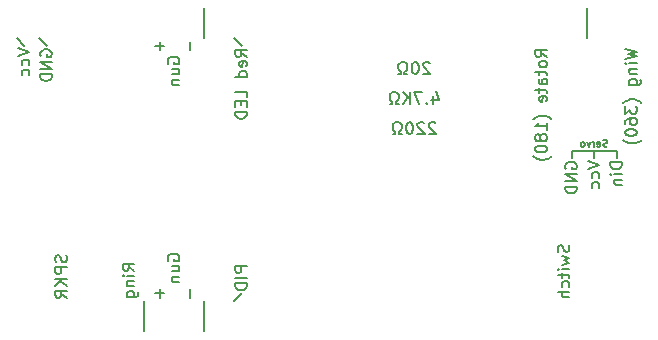
<source format=gbr>
%TF.GenerationSoftware,KiCad,Pcbnew,(6.0.6)*%
%TF.CreationDate,2023-05-03T19:44:46+02:00*%
%TF.ProjectId,Portal Turret,506f7274-616c-4205-9475-727265742e6b,rev?*%
%TF.SameCoordinates,Original*%
%TF.FileFunction,Legend,Bot*%
%TF.FilePolarity,Positive*%
%FSLAX46Y46*%
G04 Gerber Fmt 4.6, Leading zero omitted, Abs format (unit mm)*
G04 Created by KiCad (PCBNEW (6.0.6)) date 2023-05-03 19:44:46*
%MOMM*%
%LPD*%
G01*
G04 APERTURE LIST*
%ADD10C,0.150000*%
G04 APERTURE END LIST*
D10*
X135890000Y-82550000D02*
X135890000Y-83185000D01*
X102870000Y-97790000D02*
X102870000Y-95250000D01*
X87630000Y-73660000D02*
X86995000Y-73025000D01*
X89535000Y-73660000D02*
X88900000Y-73025000D01*
X133985000Y-83185000D02*
X133985000Y-82550000D01*
X137795000Y-82550000D02*
X137795000Y-83185000D01*
X105410000Y-95250000D02*
X106045000Y-94615000D01*
X106045000Y-73660000D02*
X105410000Y-73025000D01*
X133985000Y-82550000D02*
X137795000Y-82550000D01*
X102870000Y-70485000D02*
X102870000Y-73025000D01*
X97790000Y-97790000D02*
X97790000Y-95250000D01*
X135255000Y-70485000D02*
X135255000Y-73025000D01*
X133754761Y-90533452D02*
X133802380Y-90676309D01*
X133802380Y-90914404D01*
X133754761Y-91009642D01*
X133707142Y-91057261D01*
X133611904Y-91104880D01*
X133516666Y-91104880D01*
X133421428Y-91057261D01*
X133373809Y-91009642D01*
X133326190Y-90914404D01*
X133278571Y-90723928D01*
X133230952Y-90628690D01*
X133183333Y-90581071D01*
X133088095Y-90533452D01*
X132992857Y-90533452D01*
X132897619Y-90581071D01*
X132850000Y-90628690D01*
X132802380Y-90723928D01*
X132802380Y-90962023D01*
X132850000Y-91104880D01*
X133135714Y-91438214D02*
X133802380Y-91628690D01*
X133326190Y-91819166D01*
X133802380Y-92009642D01*
X133135714Y-92200119D01*
X133802380Y-92581071D02*
X133135714Y-92581071D01*
X132802380Y-92581071D02*
X132850000Y-92533452D01*
X132897619Y-92581071D01*
X132850000Y-92628690D01*
X132802380Y-92581071D01*
X132897619Y-92581071D01*
X133135714Y-92914404D02*
X133135714Y-93295357D01*
X132802380Y-93057261D02*
X133659523Y-93057261D01*
X133754761Y-93104880D01*
X133802380Y-93200119D01*
X133802380Y-93295357D01*
X133754761Y-94057261D02*
X133802380Y-93962023D01*
X133802380Y-93771547D01*
X133754761Y-93676309D01*
X133707142Y-93628690D01*
X133611904Y-93581071D01*
X133326190Y-93581071D01*
X133230952Y-93628690D01*
X133183333Y-93676309D01*
X133135714Y-93771547D01*
X133135714Y-93962023D01*
X133183333Y-94057261D01*
X133802380Y-94485833D02*
X132802380Y-94485833D01*
X133802380Y-94914404D02*
X133278571Y-94914404D01*
X133183333Y-94866785D01*
X133135714Y-94771547D01*
X133135714Y-94628690D01*
X133183333Y-94533452D01*
X133230952Y-94485833D01*
X122245238Y-77890714D02*
X122245238Y-78557380D01*
X122483333Y-77509761D02*
X122721428Y-78224047D01*
X122102380Y-78224047D01*
X121721428Y-78462142D02*
X121673809Y-78509761D01*
X121721428Y-78557380D01*
X121769047Y-78509761D01*
X121721428Y-78462142D01*
X121721428Y-78557380D01*
X121340476Y-77557380D02*
X120673809Y-77557380D01*
X121102380Y-78557380D01*
X120292857Y-78557380D02*
X120292857Y-77557380D01*
X119721428Y-78557380D02*
X120150000Y-77985952D01*
X119721428Y-77557380D02*
X120292857Y-78128809D01*
X119340476Y-78557380D02*
X119102380Y-78557380D01*
X119102380Y-78366904D01*
X119197619Y-78319285D01*
X119292857Y-78224047D01*
X119340476Y-78081190D01*
X119340476Y-77843095D01*
X119292857Y-77700238D01*
X119197619Y-77605000D01*
X119054761Y-77557380D01*
X118864285Y-77557380D01*
X118721428Y-77605000D01*
X118626190Y-77700238D01*
X118578571Y-77843095D01*
X118578571Y-78081190D01*
X118626190Y-78224047D01*
X118721428Y-78319285D01*
X118816666Y-78366904D01*
X118816666Y-78557380D01*
X118578571Y-78557380D01*
X89035000Y-74519404D02*
X88987380Y-74424166D01*
X88987380Y-74281309D01*
X89035000Y-74138452D01*
X89130238Y-74043214D01*
X89225476Y-73995595D01*
X89415952Y-73947976D01*
X89558809Y-73947976D01*
X89749285Y-73995595D01*
X89844523Y-74043214D01*
X89939761Y-74138452D01*
X89987380Y-74281309D01*
X89987380Y-74376547D01*
X89939761Y-74519404D01*
X89892142Y-74567023D01*
X89558809Y-74567023D01*
X89558809Y-74376547D01*
X89987380Y-74995595D02*
X88987380Y-74995595D01*
X89987380Y-75567023D01*
X88987380Y-75567023D01*
X89987380Y-76043214D02*
X88987380Y-76043214D01*
X88987380Y-76281309D01*
X89035000Y-76424166D01*
X89130238Y-76519404D01*
X89225476Y-76567023D01*
X89415952Y-76614642D01*
X89558809Y-76614642D01*
X89749285Y-76567023D01*
X89844523Y-76519404D01*
X89939761Y-76424166D01*
X89987380Y-76281309D01*
X89987380Y-76043214D01*
X135342380Y-83377738D02*
X136342380Y-83711071D01*
X135342380Y-84044404D01*
X136294761Y-84806309D02*
X136342380Y-84711071D01*
X136342380Y-84520595D01*
X136294761Y-84425357D01*
X136247142Y-84377738D01*
X136151904Y-84330119D01*
X135866190Y-84330119D01*
X135770952Y-84377738D01*
X135723333Y-84425357D01*
X135675714Y-84520595D01*
X135675714Y-84711071D01*
X135723333Y-84806309D01*
X136294761Y-85663452D02*
X136342380Y-85568214D01*
X136342380Y-85377738D01*
X136294761Y-85282500D01*
X136247142Y-85234880D01*
X136151904Y-85187261D01*
X135866190Y-85187261D01*
X135770952Y-85234880D01*
X135723333Y-85282500D01*
X135675714Y-85377738D01*
X135675714Y-85568214D01*
X135723333Y-85663452D01*
X99131428Y-94234047D02*
X99131428Y-94995952D01*
X99512380Y-94615000D02*
X98750476Y-94615000D01*
X87082380Y-73852738D02*
X88082380Y-74186071D01*
X87082380Y-74519404D01*
X88034761Y-75281309D02*
X88082380Y-75186071D01*
X88082380Y-74995595D01*
X88034761Y-74900357D01*
X87987142Y-74852738D01*
X87891904Y-74805119D01*
X87606190Y-74805119D01*
X87510952Y-74852738D01*
X87463333Y-74900357D01*
X87415714Y-74995595D01*
X87415714Y-75186071D01*
X87463333Y-75281309D01*
X88034761Y-76138452D02*
X88082380Y-76043214D01*
X88082380Y-75852738D01*
X88034761Y-75757500D01*
X87987142Y-75709880D01*
X87891904Y-75662261D01*
X87606190Y-75662261D01*
X87510952Y-75709880D01*
X87463333Y-75757500D01*
X87415714Y-75852738D01*
X87415714Y-76043214D01*
X87463333Y-76138452D01*
X101671428Y-73279047D02*
X101671428Y-74040952D01*
X138517380Y-73900357D02*
X139517380Y-74138452D01*
X138803095Y-74328928D01*
X139517380Y-74519404D01*
X138517380Y-74757500D01*
X139517380Y-75138452D02*
X138850714Y-75138452D01*
X138517380Y-75138452D02*
X138565000Y-75090833D01*
X138612619Y-75138452D01*
X138565000Y-75186071D01*
X138517380Y-75138452D01*
X138612619Y-75138452D01*
X138850714Y-75614642D02*
X139517380Y-75614642D01*
X138945952Y-75614642D02*
X138898333Y-75662261D01*
X138850714Y-75757500D01*
X138850714Y-75900357D01*
X138898333Y-75995595D01*
X138993571Y-76043214D01*
X139517380Y-76043214D01*
X138850714Y-76947976D02*
X139660238Y-76947976D01*
X139755476Y-76900357D01*
X139803095Y-76852738D01*
X139850714Y-76757500D01*
X139850714Y-76614642D01*
X139803095Y-76519404D01*
X139469761Y-76947976D02*
X139517380Y-76852738D01*
X139517380Y-76662261D01*
X139469761Y-76567023D01*
X139422142Y-76519404D01*
X139326904Y-76471785D01*
X139041190Y-76471785D01*
X138945952Y-76519404D01*
X138898333Y-76567023D01*
X138850714Y-76662261D01*
X138850714Y-76852738D01*
X138898333Y-76947976D01*
X139898333Y-78471785D02*
X139850714Y-78424166D01*
X139707857Y-78328928D01*
X139612619Y-78281309D01*
X139469761Y-78233690D01*
X139231666Y-78186071D01*
X139041190Y-78186071D01*
X138803095Y-78233690D01*
X138660238Y-78281309D01*
X138565000Y-78328928D01*
X138422142Y-78424166D01*
X138374523Y-78471785D01*
X138517380Y-78757500D02*
X138517380Y-79376547D01*
X138898333Y-79043214D01*
X138898333Y-79186071D01*
X138945952Y-79281309D01*
X138993571Y-79328928D01*
X139088809Y-79376547D01*
X139326904Y-79376547D01*
X139422142Y-79328928D01*
X139469761Y-79281309D01*
X139517380Y-79186071D01*
X139517380Y-78900357D01*
X139469761Y-78805119D01*
X139422142Y-78757500D01*
X138517380Y-80233690D02*
X138517380Y-80043214D01*
X138565000Y-79947976D01*
X138612619Y-79900357D01*
X138755476Y-79805119D01*
X138945952Y-79757500D01*
X139326904Y-79757500D01*
X139422142Y-79805119D01*
X139469761Y-79852738D01*
X139517380Y-79947976D01*
X139517380Y-80138452D01*
X139469761Y-80233690D01*
X139422142Y-80281309D01*
X139326904Y-80328928D01*
X139088809Y-80328928D01*
X138993571Y-80281309D01*
X138945952Y-80233690D01*
X138898333Y-80138452D01*
X138898333Y-79947976D01*
X138945952Y-79852738D01*
X138993571Y-79805119D01*
X139088809Y-79757500D01*
X138517380Y-80947976D02*
X138517380Y-81043214D01*
X138565000Y-81138452D01*
X138612619Y-81186071D01*
X138707857Y-81233690D01*
X138898333Y-81281309D01*
X139136428Y-81281309D01*
X139326904Y-81233690D01*
X139422142Y-81186071D01*
X139469761Y-81138452D01*
X139517380Y-81043214D01*
X139517380Y-80947976D01*
X139469761Y-80852738D01*
X139422142Y-80805119D01*
X139326904Y-80757500D01*
X139136428Y-80709880D01*
X138898333Y-80709880D01*
X138707857Y-80757500D01*
X138612619Y-80805119D01*
X138565000Y-80852738D01*
X138517380Y-80947976D01*
X139898333Y-81614642D02*
X139850714Y-81662261D01*
X139707857Y-81757500D01*
X139612619Y-81805119D01*
X139469761Y-81852738D01*
X139231666Y-81900357D01*
X139041190Y-81900357D01*
X138803095Y-81852738D01*
X138660238Y-81805119D01*
X138565000Y-81757500D01*
X138422142Y-81662261D01*
X138374523Y-81614642D01*
X122459523Y-80192619D02*
X122411904Y-80145000D01*
X122316666Y-80097380D01*
X122078571Y-80097380D01*
X121983333Y-80145000D01*
X121935714Y-80192619D01*
X121888095Y-80287857D01*
X121888095Y-80383095D01*
X121935714Y-80525952D01*
X122507142Y-81097380D01*
X121888095Y-81097380D01*
X121507142Y-80192619D02*
X121459523Y-80145000D01*
X121364285Y-80097380D01*
X121126190Y-80097380D01*
X121030952Y-80145000D01*
X120983333Y-80192619D01*
X120935714Y-80287857D01*
X120935714Y-80383095D01*
X120983333Y-80525952D01*
X121554761Y-81097380D01*
X120935714Y-81097380D01*
X120316666Y-80097380D02*
X120221428Y-80097380D01*
X120126190Y-80145000D01*
X120078571Y-80192619D01*
X120030952Y-80287857D01*
X119983333Y-80478333D01*
X119983333Y-80716428D01*
X120030952Y-80906904D01*
X120078571Y-81002142D01*
X120126190Y-81049761D01*
X120221428Y-81097380D01*
X120316666Y-81097380D01*
X120411904Y-81049761D01*
X120459523Y-81002142D01*
X120507142Y-80906904D01*
X120554761Y-80716428D01*
X120554761Y-80478333D01*
X120507142Y-80287857D01*
X120459523Y-80192619D01*
X120411904Y-80145000D01*
X120316666Y-80097380D01*
X119602380Y-81097380D02*
X119364285Y-81097380D01*
X119364285Y-80906904D01*
X119459523Y-80859285D01*
X119554761Y-80764047D01*
X119602380Y-80621190D01*
X119602380Y-80383095D01*
X119554761Y-80240238D01*
X119459523Y-80145000D01*
X119316666Y-80097380D01*
X119126190Y-80097380D01*
X118983333Y-80145000D01*
X118888095Y-80240238D01*
X118840476Y-80383095D01*
X118840476Y-80621190D01*
X118888095Y-80764047D01*
X118983333Y-80859285D01*
X119078571Y-80906904D01*
X119078571Y-81097380D01*
X118840476Y-81097380D01*
X99830000Y-75154404D02*
X99782380Y-75059166D01*
X99782380Y-74916309D01*
X99830000Y-74773452D01*
X99925238Y-74678214D01*
X100020476Y-74630595D01*
X100210952Y-74582976D01*
X100353809Y-74582976D01*
X100544285Y-74630595D01*
X100639523Y-74678214D01*
X100734761Y-74773452D01*
X100782380Y-74916309D01*
X100782380Y-75011547D01*
X100734761Y-75154404D01*
X100687142Y-75202023D01*
X100353809Y-75202023D01*
X100353809Y-75011547D01*
X100115714Y-76059166D02*
X100782380Y-76059166D01*
X100115714Y-75630595D02*
X100639523Y-75630595D01*
X100734761Y-75678214D01*
X100782380Y-75773452D01*
X100782380Y-75916309D01*
X100734761Y-76011547D01*
X100687142Y-76059166D01*
X100115714Y-76535357D02*
X100782380Y-76535357D01*
X100210952Y-76535357D02*
X100163333Y-76582976D01*
X100115714Y-76678214D01*
X100115714Y-76821071D01*
X100163333Y-76916309D01*
X100258571Y-76963928D01*
X100782380Y-76963928D01*
X96972380Y-92676309D02*
X96496190Y-92342976D01*
X96972380Y-92104880D02*
X95972380Y-92104880D01*
X95972380Y-92485833D01*
X96020000Y-92581071D01*
X96067619Y-92628690D01*
X96162857Y-92676309D01*
X96305714Y-92676309D01*
X96400952Y-92628690D01*
X96448571Y-92581071D01*
X96496190Y-92485833D01*
X96496190Y-92104880D01*
X96972380Y-93104880D02*
X96305714Y-93104880D01*
X95972380Y-93104880D02*
X96020000Y-93057261D01*
X96067619Y-93104880D01*
X96020000Y-93152500D01*
X95972380Y-93104880D01*
X96067619Y-93104880D01*
X96305714Y-93581071D02*
X96972380Y-93581071D01*
X96400952Y-93581071D02*
X96353333Y-93628690D01*
X96305714Y-93723928D01*
X96305714Y-93866785D01*
X96353333Y-93962023D01*
X96448571Y-94009642D01*
X96972380Y-94009642D01*
X96305714Y-94914404D02*
X97115238Y-94914404D01*
X97210476Y-94866785D01*
X97258095Y-94819166D01*
X97305714Y-94723928D01*
X97305714Y-94581071D01*
X97258095Y-94485833D01*
X96924761Y-94914404D02*
X96972380Y-94819166D01*
X96972380Y-94628690D01*
X96924761Y-94533452D01*
X96877142Y-94485833D01*
X96781904Y-94438214D01*
X96496190Y-94438214D01*
X96400952Y-94485833D01*
X96353333Y-94533452D01*
X96305714Y-94628690D01*
X96305714Y-94819166D01*
X96353333Y-94914404D01*
X121983333Y-75112619D02*
X121935714Y-75065000D01*
X121840476Y-75017380D01*
X121602380Y-75017380D01*
X121507142Y-75065000D01*
X121459523Y-75112619D01*
X121411904Y-75207857D01*
X121411904Y-75303095D01*
X121459523Y-75445952D01*
X122030952Y-76017380D01*
X121411904Y-76017380D01*
X120792857Y-75017380D02*
X120697619Y-75017380D01*
X120602380Y-75065000D01*
X120554761Y-75112619D01*
X120507142Y-75207857D01*
X120459523Y-75398333D01*
X120459523Y-75636428D01*
X120507142Y-75826904D01*
X120554761Y-75922142D01*
X120602380Y-75969761D01*
X120697619Y-76017380D01*
X120792857Y-76017380D01*
X120888095Y-75969761D01*
X120935714Y-75922142D01*
X120983333Y-75826904D01*
X121030952Y-75636428D01*
X121030952Y-75398333D01*
X120983333Y-75207857D01*
X120935714Y-75112619D01*
X120888095Y-75065000D01*
X120792857Y-75017380D01*
X120078571Y-76017380D02*
X119840476Y-76017380D01*
X119840476Y-75826904D01*
X119935714Y-75779285D01*
X120030952Y-75684047D01*
X120078571Y-75541190D01*
X120078571Y-75303095D01*
X120030952Y-75160238D01*
X119935714Y-75065000D01*
X119792857Y-75017380D01*
X119602380Y-75017380D01*
X119459523Y-75065000D01*
X119364285Y-75160238D01*
X119316666Y-75303095D01*
X119316666Y-75541190D01*
X119364285Y-75684047D01*
X119459523Y-75779285D01*
X119554761Y-75826904D01*
X119554761Y-76017380D01*
X119316666Y-76017380D01*
X101671428Y-94234047D02*
X101671428Y-94995952D01*
X106497380Y-92279404D02*
X105497380Y-92279404D01*
X105497380Y-92660357D01*
X105545000Y-92755595D01*
X105592619Y-92803214D01*
X105687857Y-92850833D01*
X105830714Y-92850833D01*
X105925952Y-92803214D01*
X105973571Y-92755595D01*
X106021190Y-92660357D01*
X106021190Y-92279404D01*
X106497380Y-93279404D02*
X105497380Y-93279404D01*
X106497380Y-93755595D02*
X105497380Y-93755595D01*
X105497380Y-93993690D01*
X105545000Y-94136547D01*
X105640238Y-94231785D01*
X105735476Y-94279404D01*
X105925952Y-94327023D01*
X106068809Y-94327023D01*
X106259285Y-94279404D01*
X106354523Y-94231785D01*
X106449761Y-94136547D01*
X106497380Y-93993690D01*
X106497380Y-93755595D01*
X99830000Y-91834880D02*
X99782380Y-91739642D01*
X99782380Y-91596785D01*
X99830000Y-91453928D01*
X99925238Y-91358690D01*
X100020476Y-91311071D01*
X100210952Y-91263452D01*
X100353809Y-91263452D01*
X100544285Y-91311071D01*
X100639523Y-91358690D01*
X100734761Y-91453928D01*
X100782380Y-91596785D01*
X100782380Y-91692023D01*
X100734761Y-91834880D01*
X100687142Y-91882500D01*
X100353809Y-91882500D01*
X100353809Y-91692023D01*
X100115714Y-92739642D02*
X100782380Y-92739642D01*
X100115714Y-92311071D02*
X100639523Y-92311071D01*
X100734761Y-92358690D01*
X100782380Y-92453928D01*
X100782380Y-92596785D01*
X100734761Y-92692023D01*
X100687142Y-92739642D01*
X100115714Y-93215833D02*
X100782380Y-93215833D01*
X100210952Y-93215833D02*
X100163333Y-93263452D01*
X100115714Y-93358690D01*
X100115714Y-93501547D01*
X100163333Y-93596785D01*
X100258571Y-93644404D01*
X100782380Y-93644404D01*
X133485000Y-84044404D02*
X133437380Y-83949166D01*
X133437380Y-83806309D01*
X133485000Y-83663452D01*
X133580238Y-83568214D01*
X133675476Y-83520595D01*
X133865952Y-83472976D01*
X134008809Y-83472976D01*
X134199285Y-83520595D01*
X134294523Y-83568214D01*
X134389761Y-83663452D01*
X134437380Y-83806309D01*
X134437380Y-83901547D01*
X134389761Y-84044404D01*
X134342142Y-84092023D01*
X134008809Y-84092023D01*
X134008809Y-83901547D01*
X134437380Y-84520595D02*
X133437380Y-84520595D01*
X134437380Y-85092023D01*
X133437380Y-85092023D01*
X134437380Y-85568214D02*
X133437380Y-85568214D01*
X133437380Y-85806309D01*
X133485000Y-85949166D01*
X133580238Y-86044404D01*
X133675476Y-86092023D01*
X133865952Y-86139642D01*
X134008809Y-86139642D01*
X134199285Y-86092023D01*
X134294523Y-86044404D01*
X134389761Y-85949166D01*
X134437380Y-85806309D01*
X134437380Y-85568214D01*
X106497380Y-74567023D02*
X106021190Y-74233690D01*
X106497380Y-73995595D02*
X105497380Y-73995595D01*
X105497380Y-74376547D01*
X105545000Y-74471785D01*
X105592619Y-74519404D01*
X105687857Y-74567023D01*
X105830714Y-74567023D01*
X105925952Y-74519404D01*
X105973571Y-74471785D01*
X106021190Y-74376547D01*
X106021190Y-73995595D01*
X106449761Y-75376547D02*
X106497380Y-75281309D01*
X106497380Y-75090833D01*
X106449761Y-74995595D01*
X106354523Y-74947976D01*
X105973571Y-74947976D01*
X105878333Y-74995595D01*
X105830714Y-75090833D01*
X105830714Y-75281309D01*
X105878333Y-75376547D01*
X105973571Y-75424166D01*
X106068809Y-75424166D01*
X106164047Y-74947976D01*
X106497380Y-76281309D02*
X105497380Y-76281309D01*
X106449761Y-76281309D02*
X106497380Y-76186071D01*
X106497380Y-75995595D01*
X106449761Y-75900357D01*
X106402142Y-75852738D01*
X106306904Y-75805119D01*
X106021190Y-75805119D01*
X105925952Y-75852738D01*
X105878333Y-75900357D01*
X105830714Y-75995595D01*
X105830714Y-76186071D01*
X105878333Y-76281309D01*
X106497380Y-77995595D02*
X106497380Y-77519404D01*
X105497380Y-77519404D01*
X105973571Y-78328928D02*
X105973571Y-78662261D01*
X106497380Y-78805119D02*
X106497380Y-78328928D01*
X105497380Y-78328928D01*
X105497380Y-78805119D01*
X106497380Y-79233690D02*
X105497380Y-79233690D01*
X105497380Y-79471785D01*
X105545000Y-79614642D01*
X105640238Y-79709880D01*
X105735476Y-79757500D01*
X105925952Y-79805119D01*
X106068809Y-79805119D01*
X106259285Y-79757500D01*
X106354523Y-79709880D01*
X106449761Y-79614642D01*
X106497380Y-79471785D01*
X106497380Y-79233690D01*
X138247380Y-83520595D02*
X137247380Y-83520595D01*
X137247380Y-83758690D01*
X137295000Y-83901547D01*
X137390238Y-83996785D01*
X137485476Y-84044404D01*
X137675952Y-84092023D01*
X137818809Y-84092023D01*
X138009285Y-84044404D01*
X138104523Y-83996785D01*
X138199761Y-83901547D01*
X138247380Y-83758690D01*
X138247380Y-83520595D01*
X138247380Y-84520595D02*
X137580714Y-84520595D01*
X137247380Y-84520595D02*
X137295000Y-84472976D01*
X137342619Y-84520595D01*
X137295000Y-84568214D01*
X137247380Y-84520595D01*
X137342619Y-84520595D01*
X137580714Y-84996785D02*
X138247380Y-84996785D01*
X137675952Y-84996785D02*
X137628333Y-85044404D01*
X137580714Y-85139642D01*
X137580714Y-85282500D01*
X137628333Y-85377738D01*
X137723571Y-85425357D01*
X138247380Y-85425357D01*
X99131428Y-73279047D02*
X99131428Y-74040952D01*
X99512380Y-73660000D02*
X98750476Y-73660000D01*
X131897380Y-74567023D02*
X131421190Y-74233690D01*
X131897380Y-73995595D02*
X130897380Y-73995595D01*
X130897380Y-74376547D01*
X130945000Y-74471785D01*
X130992619Y-74519404D01*
X131087857Y-74567023D01*
X131230714Y-74567023D01*
X131325952Y-74519404D01*
X131373571Y-74471785D01*
X131421190Y-74376547D01*
X131421190Y-73995595D01*
X131897380Y-75138452D02*
X131849761Y-75043214D01*
X131802142Y-74995595D01*
X131706904Y-74947976D01*
X131421190Y-74947976D01*
X131325952Y-74995595D01*
X131278333Y-75043214D01*
X131230714Y-75138452D01*
X131230714Y-75281309D01*
X131278333Y-75376547D01*
X131325952Y-75424166D01*
X131421190Y-75471785D01*
X131706904Y-75471785D01*
X131802142Y-75424166D01*
X131849761Y-75376547D01*
X131897380Y-75281309D01*
X131897380Y-75138452D01*
X131230714Y-75757500D02*
X131230714Y-76138452D01*
X130897380Y-75900357D02*
X131754523Y-75900357D01*
X131849761Y-75947976D01*
X131897380Y-76043214D01*
X131897380Y-76138452D01*
X131897380Y-76900357D02*
X131373571Y-76900357D01*
X131278333Y-76852738D01*
X131230714Y-76757500D01*
X131230714Y-76567023D01*
X131278333Y-76471785D01*
X131849761Y-76900357D02*
X131897380Y-76805119D01*
X131897380Y-76567023D01*
X131849761Y-76471785D01*
X131754523Y-76424166D01*
X131659285Y-76424166D01*
X131564047Y-76471785D01*
X131516428Y-76567023D01*
X131516428Y-76805119D01*
X131468809Y-76900357D01*
X131230714Y-77233690D02*
X131230714Y-77614642D01*
X130897380Y-77376547D02*
X131754523Y-77376547D01*
X131849761Y-77424166D01*
X131897380Y-77519404D01*
X131897380Y-77614642D01*
X131849761Y-78328928D02*
X131897380Y-78233690D01*
X131897380Y-78043214D01*
X131849761Y-77947976D01*
X131754523Y-77900357D01*
X131373571Y-77900357D01*
X131278333Y-77947976D01*
X131230714Y-78043214D01*
X131230714Y-78233690D01*
X131278333Y-78328928D01*
X131373571Y-78376547D01*
X131468809Y-78376547D01*
X131564047Y-77900357D01*
X132278333Y-79852738D02*
X132230714Y-79805119D01*
X132087857Y-79709880D01*
X131992619Y-79662261D01*
X131849761Y-79614642D01*
X131611666Y-79567023D01*
X131421190Y-79567023D01*
X131183095Y-79614642D01*
X131040238Y-79662261D01*
X130945000Y-79709880D01*
X130802142Y-79805119D01*
X130754523Y-79852738D01*
X131897380Y-80757500D02*
X131897380Y-80186071D01*
X131897380Y-80471785D02*
X130897380Y-80471785D01*
X131040238Y-80376547D01*
X131135476Y-80281309D01*
X131183095Y-80186071D01*
X131325952Y-81328928D02*
X131278333Y-81233690D01*
X131230714Y-81186071D01*
X131135476Y-81138452D01*
X131087857Y-81138452D01*
X130992619Y-81186071D01*
X130945000Y-81233690D01*
X130897380Y-81328928D01*
X130897380Y-81519404D01*
X130945000Y-81614642D01*
X130992619Y-81662261D01*
X131087857Y-81709880D01*
X131135476Y-81709880D01*
X131230714Y-81662261D01*
X131278333Y-81614642D01*
X131325952Y-81519404D01*
X131325952Y-81328928D01*
X131373571Y-81233690D01*
X131421190Y-81186071D01*
X131516428Y-81138452D01*
X131706904Y-81138452D01*
X131802142Y-81186071D01*
X131849761Y-81233690D01*
X131897380Y-81328928D01*
X131897380Y-81519404D01*
X131849761Y-81614642D01*
X131802142Y-81662261D01*
X131706904Y-81709880D01*
X131516428Y-81709880D01*
X131421190Y-81662261D01*
X131373571Y-81614642D01*
X131325952Y-81519404D01*
X130897380Y-82328928D02*
X130897380Y-82424166D01*
X130945000Y-82519404D01*
X130992619Y-82567023D01*
X131087857Y-82614642D01*
X131278333Y-82662261D01*
X131516428Y-82662261D01*
X131706904Y-82614642D01*
X131802142Y-82567023D01*
X131849761Y-82519404D01*
X131897380Y-82424166D01*
X131897380Y-82328928D01*
X131849761Y-82233690D01*
X131802142Y-82186071D01*
X131706904Y-82138452D01*
X131516428Y-82090833D01*
X131278333Y-82090833D01*
X131087857Y-82138452D01*
X130992619Y-82186071D01*
X130945000Y-82233690D01*
X130897380Y-82328928D01*
X132278333Y-82995595D02*
X132230714Y-83043214D01*
X132087857Y-83138452D01*
X131992619Y-83186071D01*
X131849761Y-83233690D01*
X131611666Y-83281309D01*
X131421190Y-83281309D01*
X131183095Y-83233690D01*
X131040238Y-83186071D01*
X130945000Y-83138452D01*
X130802142Y-83043214D01*
X130754523Y-82995595D01*
X91209761Y-91390595D02*
X91257380Y-91533452D01*
X91257380Y-91771547D01*
X91209761Y-91866785D01*
X91162142Y-91914404D01*
X91066904Y-91962023D01*
X90971666Y-91962023D01*
X90876428Y-91914404D01*
X90828809Y-91866785D01*
X90781190Y-91771547D01*
X90733571Y-91581071D01*
X90685952Y-91485833D01*
X90638333Y-91438214D01*
X90543095Y-91390595D01*
X90447857Y-91390595D01*
X90352619Y-91438214D01*
X90305000Y-91485833D01*
X90257380Y-91581071D01*
X90257380Y-91819166D01*
X90305000Y-91962023D01*
X91257380Y-92390595D02*
X90257380Y-92390595D01*
X90257380Y-92771547D01*
X90305000Y-92866785D01*
X90352619Y-92914404D01*
X90447857Y-92962023D01*
X90590714Y-92962023D01*
X90685952Y-92914404D01*
X90733571Y-92866785D01*
X90781190Y-92771547D01*
X90781190Y-92390595D01*
X91257380Y-93390595D02*
X90257380Y-93390595D01*
X91257380Y-93962023D02*
X90685952Y-93533452D01*
X90257380Y-93962023D02*
X90828809Y-93390595D01*
X91257380Y-94962023D02*
X90781190Y-94628690D01*
X91257380Y-94390595D02*
X90257380Y-94390595D01*
X90257380Y-94771547D01*
X90305000Y-94866785D01*
X90352619Y-94914404D01*
X90447857Y-94962023D01*
X90590714Y-94962023D01*
X90685952Y-94914404D01*
X90733571Y-94866785D01*
X90781190Y-94771547D01*
X90781190Y-94390595D01*
X137004285Y-82157857D02*
X136918571Y-82186428D01*
X136775714Y-82186428D01*
X136718571Y-82157857D01*
X136690000Y-82129285D01*
X136661428Y-82072142D01*
X136661428Y-82015000D01*
X136690000Y-81957857D01*
X136718571Y-81929285D01*
X136775714Y-81900714D01*
X136890000Y-81872142D01*
X136947142Y-81843571D01*
X136975714Y-81815000D01*
X137004285Y-81757857D01*
X137004285Y-81700714D01*
X136975714Y-81643571D01*
X136947142Y-81615000D01*
X136890000Y-81586428D01*
X136747142Y-81586428D01*
X136661428Y-81615000D01*
X136175714Y-82157857D02*
X136232857Y-82186428D01*
X136347142Y-82186428D01*
X136404285Y-82157857D01*
X136432857Y-82100714D01*
X136432857Y-81872142D01*
X136404285Y-81815000D01*
X136347142Y-81786428D01*
X136232857Y-81786428D01*
X136175714Y-81815000D01*
X136147142Y-81872142D01*
X136147142Y-81929285D01*
X136432857Y-81986428D01*
X135890000Y-82186428D02*
X135890000Y-81786428D01*
X135890000Y-81900714D02*
X135861428Y-81843571D01*
X135832857Y-81815000D01*
X135775714Y-81786428D01*
X135718571Y-81786428D01*
X135575714Y-81786428D02*
X135432857Y-82186428D01*
X135290000Y-81786428D01*
X134975714Y-82186428D02*
X135032857Y-82157857D01*
X135061428Y-82129285D01*
X135090000Y-82072142D01*
X135090000Y-81900714D01*
X135061428Y-81843571D01*
X135032857Y-81815000D01*
X134975714Y-81786428D01*
X134890000Y-81786428D01*
X134832857Y-81815000D01*
X134804285Y-81843571D01*
X134775714Y-81900714D01*
X134775714Y-82072142D01*
X134804285Y-82129285D01*
X134832857Y-82157857D01*
X134890000Y-82186428D01*
X134975714Y-82186428D01*
M02*

</source>
